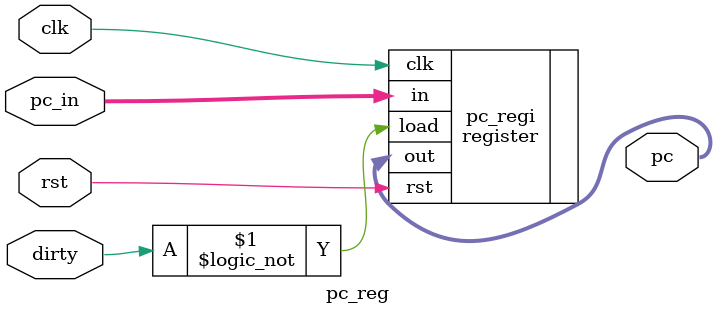
<source format=v>
module pc_reg (
  input clk, rst, 
  input dirty,
  input wire [31:0] pc_in,
  output wire [31:0] pc
);

  // PC Register
  register #(.WIDTH(32)) pc_regi (.clk(clk), .rst(rst),
                                  .load(!dirty),
                                  .in(pc_in),
                                  .out(pc));
 
endmodule
</source>
